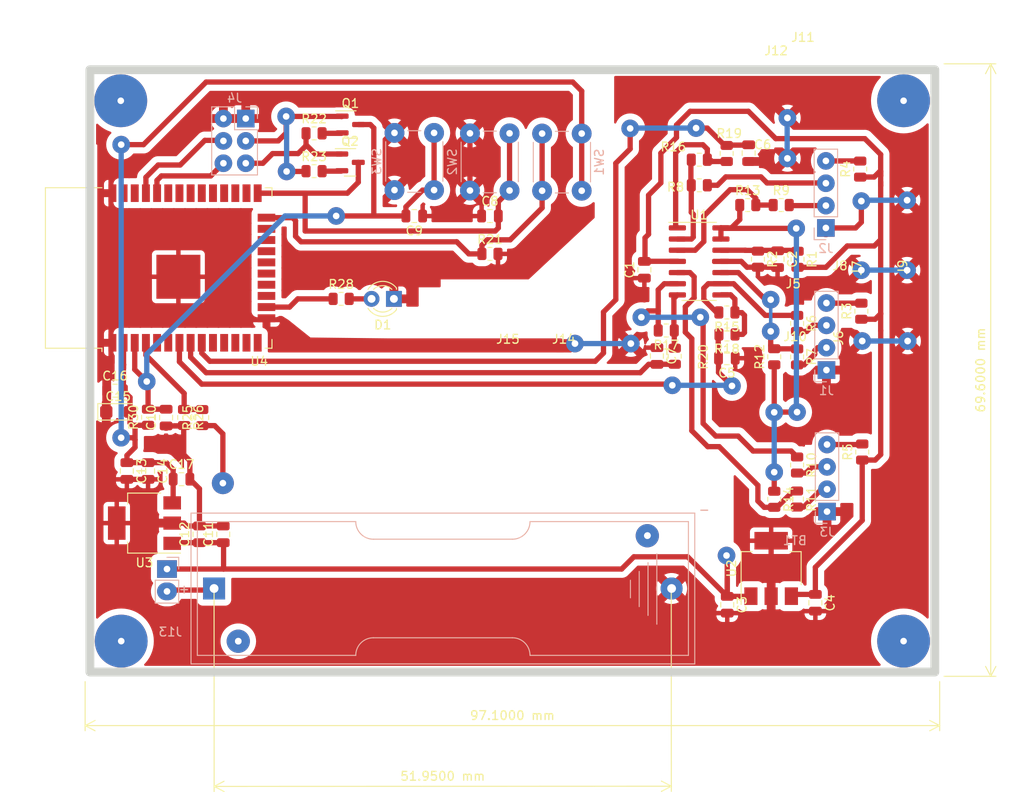
<source format=kicad_pcb>
(kicad_pcb (version 20211014) (generator pcbnew)
  (layers (0 "F.Cu" signal) (31 "B.Cu" signal) (34 "B.Paste" user) (35 "F.Paste" user) (36 "B.SilkS" user "B.Silkscreen") (37 "F.SilkS" user "F.Silkscreen") (38 "B.Mask" user) (39 "F.Mask" user) (44 "Edge.Cuts" user))
  (net 0 "")
  (net 1 "GND")
  (net 2 "+BATT")
  (net 3 "VDDA")
  (net 4 "VCC")
  (net 5 "Net-(R13-Pad2)")
  (net 6 "Net-(R15-Pad2)")
  (net 7 "Net-(R12-Pad2)")
  (net 8 "Vref")
  (net 9 "Net-(R15-Pad1)")
  (net 10 "Net-(D1-Pad2)")
  (net 11 "IN1")
  (net 12 "IN2")
  (net 13 "IN3")
  (net 14 "D2")
  (net 15 "D5")
  (net 16 "R")
  (net 17 "G")
  (net 18 "sensor_bat")
  (net 19 "Net-(J1-Pad4)")
  (net 20 "Net-(J2-Pad4)")
  (net 21 "Net-(J3-Pad4)")
  (net 22 "VDD")
  (net 23 "Net-(C2-Pad1)")
  (net 24 "Net-(R16-Pad2)")
  (net 25 "Net-(R10-Pad1)")
  (net 26 "Net-(R11-Pad1)")
  (net 27 "Net-(R16-Pad1)")
  (net 28 "Net-(R17-Pad1)")
  (net 29 "Net-(Q1-Pad2)")
  (net 30 "Net-(Q2-Pad2)")
  (net 31 "Net-(J2-Pad2)")
  (net 32 "Net-(J2-Pad3)")
  (net 33 "Net-(J1-Pad2)")
  (net 34 "Net-(J1-Pad3)")
  (net 35 "Net-(J3-Pad2)")
  (net 36 "Net-(J3-Pad3)")
  (net 37 "DTR")
  (net 38 "EN")
  (net 39 "BOOT")
  (net 40 "RTS")
  (net 41 "RX")
  (net 42 "TX")
  (footprint "RF_Module:ESP32-WROOM-32" (layer "F.Cu") (at 89.55 63.8 90)
    (fp_text reference "U4")
    (fp_text value "ESP32-WROOM-32")
  )
  (footprint "Package_TO_SOT_SMD:SOT-223-3_TabPin2" (layer "F.Cu") (at 84.94 92.79 180)
    (fp_text reference "U3")
    (fp_text value "MCP1825S")
  )
  (footprint "Capacitor_SMD:C_0805_2012Metric" (layer "F.Cu") (at 115.6 57.9 180)
    (fp_text reference "C9")
    (fp_text value "0.1uF")
  )
  (footprint "Resistor_SMD:R_0805_2012Metric" (layer "F.Cu") (at 124.2 62.2)
    (fp_text reference "R21")
    (fp_text value "10k")
  )
  (footprint "Capacitor_SMD:C_0805_2012Metric" (layer "F.Cu") (at 87.4 80.8 90)
    (fp_text reference "C10")
    (fp_text value "0.1uF")
  )
  (footprint "Resistor_SMD:R_0805_2012Metric" (layer "F.Cu") (at 89.45 80.7875 -90)
    (fp_text reference "R26")
    (fp_text value "R")
  )
  (footprint "Capacitor_SMD:C_0805_2012Metric" (layer "F.Cu") (at 141.745 64.002 90)
    (fp_text reference "C1")
    (fp_text value "470nF")
  )
  (footprint "Capacitor_SMD:C_0805_2012Metric" (layer "F.Cu") (at 89.15 87.8)
    (fp_text reference "C17")
    (fp_text value "1uF")
  )
  (footprint "Resistor_SMD:R_0805_2012Metric" (layer "F.Cu") (at 107.2915 67.31)
    (fp_text reference "R28")
    (fp_text value "R")
  )
  (footprint "Resistor_SMD:R_0805_2012Metric" (layer "F.Cu") (at 166.5 84.7125 90)
    (fp_text reference "R5")
    (fp_text value "20")
  )
  (footprint "Resistor_SMD:R_0805_2012Metric" (layer "F.Cu") (at 157.295 56.652)
    (fp_text reference "R9")
    (fp_text value "R")
  )
  (footprint "Resistor_SMD:R_0805_2012Metric" (layer "F.Cu") (at 156.5 90.0845 -90)
    (fp_text reference "R14")
    (fp_text value "R")
  )
  (footprint "Resistor_SMD:R_0805_2012Metric" (layer "F.Cu") (at 156.5 73.8875 90)
    (fp_text reference "R12")
    (fp_text value "R")
  )
  (footprint "Resistor_SMD:R_0805_2012Metric" (layer "F.Cu") (at 151.1325 71.352 180)
    (fp_text reference "R18")
    (fp_text value "R")
  )
  (footprint "Resistor_SMD:R_0805_2012Metric" (layer "F.Cu") (at 147.9875 51.5 180)
    (fp_text reference "R16")
    (fp_text value "R")
  )
  (footprint "Capacitor_SMD:C_0805_2012Metric" (layer "F.Cu") (at 156.88 62.798 -90)
    (fp_text reference "C2")
    (fp_text value "C")
  )
  (footprint "Resistor_SMD:R_0805_2012Metric" (layer "F.Cu") (at 104.2125 52.8)
    (fp_text reference "R23")
    (fp_text value "10k")
  )
  (footprint "Resistor_SMD:R_0805_2012Metric" (layer "F.Cu") (at 147.9875 54.402)
    (fp_text reference "R8")
    (fp_text value "R")
  )
  (footprint "Capacitor_SMD:C_0805_2012Metric" (layer "F.Cu") (at 81.6 77.75)
    (fp_text reference "C16")
    (fp_text value "0.1uF")
  )
  (footprint "Puente_GND:PUENTE_GND" (layer "F.Cu") (at 126.238 72.39)
    (fp_text reference "J15")
    (fp_text value "Puente_GND")
  )
  (footprint "Resistor_SMD:R_0805_2012Metric" (layer "F.Cu") (at 159.1 73.9 -90)
    (fp_text reference "R7")
    (fp_text value "R")
  )
  (footprint "Puente_GND:PUENTE_GND" (layer "F.Cu") (at 158.78 64.05)
    (fp_text reference "J5")
    (fp_text value "Puente_GND")
  )
  (footprint "Capacitor_SMD:C_0805_2012Metric" (layer "F.Cu") (at 153.595 50.752 90)
    (fp_text reference "C6")
    (fp_text value "C")
  )
  (footprint "Resistor_SMD:R_0805_2012Metric" (layer "F.Cu") (at 85.35 80.7625 90)
    (fp_text reference "R30")
    (fp_text value "10k")
  )
  (footprint "Resistor_SMD:R_0805_2012Metric" (layer "F.Cu") (at 144.2325 70.902 180)
    (fp_text reference "R17")
    (fp_text value "R")
  )
  (footprint "Puente_GND:PUENTE_GND" (layer "F.Cu") (at 132.588 72.39)
    (fp_text reference "J14")
    (fp_text value "Puente_GND")
  )
  (footprint "Resistor_SMD:R_0805_2012Metric" (layer "F.Cu") (at 154.65 62.8 -90)
    (fp_text reference "R2")
    (fp_text value "R")
  )
  (footprint "Capacitor_SMD:C_0805_2012Metric" (layer "F.Cu") (at 161.175 101.842 -90)
    (fp_text reference "C4")
    (fp_text value "1uF")
  )
  (footprint "Resistor_SMD:R_0805_2012Metric" (layer "F.Cu") (at 145.195 73.827 -90)
    (fp_text reference "R20")
    (fp_text value "R")
  )
  (footprint "Capacitor_SMD:C_0805_2012Metric" (layer "F.Cu") (at 91.19 94.065 90)
    (fp_text reference "C12")
    (fp_text value "1uF")
  )
  (footprint "Puente_GND:PUENTE_GND" (layer "F.Cu") (at 171.66 79.72 90)
    (fp_text reference "J6")
    (fp_text value "Puente_GND")
  )
  (footprint "Capacitor_SMD:C_0805_2012Metric" (layer "F.Cu") (at 151.162 102.067 -90)
    (fp_text reference "C3")
    (fp_text value "1uF")
  )
  (footprint "LED_THT:LED_D3.0mm" (layer "F.Cu") (at 113.284 67.31 180)
    (fp_text reference "D1")
    (fp_text value "LED")
  )
  (footprint "Package_SO:SOIC-14_3.9x8.7mm_P1.27mm" (layer "F.Cu") (at 147.97 63.052)
    (fp_text reference "U1")
    (fp_text value "LM324")
  )
  (footprint "Resistor_SMD:R_0805_2012Metric" (layer "F.Cu") (at 91.5 80.8 90)
    (fp_text reference "R25")
    (fp_text value "R")
  )
  (footprint "Capacitor_Tantalum_SMD:CP_EIA-3216-10_Kemet-I" (layer "F.Cu") (at 81.95 80.15)
    (fp_text reference "C15")
    (fp_text value "22uF")
  )
  (footprint "Resistor_SMD:R_0805_2012Metric" (layer "F.Cu") (at 159.15 62.8125 -90)
    (fp_text reference "R1")
    (fp_text value "R")
  )
  (footprint "Capacitor_SMD:C_0805_2012Metric" (layer "F.Cu") (at 82.94 86.87 -90)
    (fp_text reference "C13")
    (fp_text value "1uF")
  )
  (footprint "Puente_GND:PUENTE_GND" (layer "F.Cu") (at 166.4 63.82 90)
    (fp_text reference "J7")
    (fp_text value "Puente_GND")
  )
  (footprint "Puente_GND:PUENTE_GND" (layer "F.Cu") (at 158.88 72.1)
    (fp_text reference "J10")
    (fp_text value "Puente_GND")
  )
  (footprint "Capacitor_SMD:C_0805_2012Metric" (layer "F.Cu") (at 151.12 74.052 180)
    (fp_text reference "C5")
    (fp_text value "C")
  )
  (footprint "Resistor_SMD:R_0805_2012Metric" (layer "F.Cu") (at 159.1 70.1 -90)
    (fp_text reference "R6")
    (fp_text value "R")
  )
  (footprint "Package_TO_SOT_SMD:SOT-23" (layer "F.Cu") (at 108.3 51.8)
    (fp_text reference "Q2")
    (fp_text value "S8050")
  )
  (footprint "Resistor_SMD:R_0805_2012Metric" (layer "F.Cu") (at 159.08 90.0545 -90)
    (fp_text reference "R11")
    (fp_text value "R")
  )
  (footprint "Puente_GND:PUENTE_GND" (layer "F.Cu") (at 150.38 46.75)
    (fp_text reference "J11")
    (fp_text value "Puente_GND")
  )
  (footprint "Resistor_SMD:R_0805_2012Metric" (layer "F.Cu") (at 151.12 68.852 180)
    (fp_text reference "R15")
    (fp_text value "R")
  )
  (footprint "Puente_GND:PUENTE_GND" (layer "F.Cu") (at 171.6 63.72 90)
    (fp_text reference "J9")
    (fp_text value "Puente_GND")
  )
  (footprint "Resistor_SMD:R_0805_2012Metric" (layer "F.Cu") (at 166.4 68.7125 90)
    (fp_text reference "R3")
    (fp_text value "20")
  )
  (footprint "Capacitor_SMD:C_0805_2012Metric" (layer "F.Cu") (at 124.2 57.9)
    (fp_text reference "C8")
    (fp_text value "0.1uF")
  )
  (footprint "Resistor_SMD:R_0805_2012Metric" (layer "F.Cu") (at 166.27 52.5645 90)
    (fp_text reference "R4")
    (fp_text value "20")
  )
  (footprint "Capacitor_SMD:C_0805_2012Metric" (layer "F.Cu") (at 93.89 94.065 90)
    (fp_text reference "C11")
    (fp_text value "1uF")
  )
  (footprint "Package_TO_SOT_SMD:SOT-23" (layer "F.Cu") (at 108.3375 47.5)
    (fp_text reference "Q1")
    (fp_text value "S8050")
  )
  (footprint "Puente_GND:PUENTE_GND" (layer "F.Cu") (at 150.38 51.35)
    (fp_text reference "J12")
    (fp_text value "Puente_GND")
  )
  (footprint "Resistor_SMD:R_0805_2012Metric" (layer "F.Cu") (at 159.1 86.1875 -90)
    (fp_text reference "R10")
    (fp_text value "R")
  )
  (footprint "Resistor_SMD:R_0805_2012Metric" (layer "F.Cu") (at 153.495 56.652)
    (fp_text reference "R13")
    (fp_text value "R")
  )
  (footprint "Resistor_SMD:R_0805_2012Metric" (layer "F.Cu") (at 104.2125 48.5)
    (fp_text reference "R22")
    (fp_text value "10k")
  )
  (footprint "Package_TO_SOT_SMD:SOT-223-3_TabPin2" (layer "F.Cu") (at 156.15 97.942 90)
    (fp_text reference "U2")
    (fp_text value "MCP1825S")
  )
  (footprint "Capacitor_SMD:C_0805_2012Metric" (layer "F.Cu") (at 85.35 86.87 -90)
    (fp_text reference "C14")
    (fp_text value "1uF")
  )
  (footprint "Capacitor_SMD:C_0805_2012Metric" (layer "F.Cu") (at 143.17 73.802 -90)
    (fp_text reference "C7")
    (fp_text value "C")
  )
  (footprint "Puente_GND:PUENTE_GND" (layer "F.Cu") (at 163.98 64.05)
    (fp_text reference "J8")
    (fp_text value "Puente_GND")
  )
  (footprint "Resistor_SMD:R_0805_2012Metric" (layer "F.Cu") (at 151.1 50.7875 90)
    (fp_text reference "R19")
    (fp_text value "R")
  )
  (footprint "Battery:BatteryHolder_Keystone_2460_1xAA" (layer "B.Cu") (at 92.85 100.22)
    (fp_text reference "BT1")
    (fp_text value "Battery")
  )
  (footprint "Button_Switch_THT:SW_PUSH_6mm" (layer "B.Cu") (at 134.625 55.025 90)
    (fp_text reference "SW1")
    (fp_text value "GP-Button")
  )
  (footprint "Button_Switch_THT:SW_PUSH_6mm" (layer "B.Cu") (at 121.925 48.5 -90)
    (fp_text reference "SW2")
    (fp_text value "BOOT - Button")
  )
  (footprint "Connector_PinHeader_2.54mm:PinHeader_2x03_P2.54mm_Vertical" (layer "B.Cu") (at 96.45 46.82 180)
    (fp_text reference "J4")
    (fp_text value "Conector a conversor serie/usb")
  )
  (footprint "Connector_PinHeader_2.54mm:PinHeader_1x04_P2.54mm_Vertical" (layer "B.Cu") (at 162.37 59.252)
    (fp_text reference "J2")
    (fp_text value "Señal preacondicionada")
  )
  (footprint "Connector_PinHeader_2.54mm:PinHeader_1x04_P2.54mm_Vertical" (layer "B.Cu") (at 162.5 91.482)
    (fp_text reference "J3")
    (fp_text value "Señal preacondicionada")
  )
  (footprint "Connector_PinHeader_2.54mm:PinHeader_1x02_P2.54mm_Vertical" (layer "B.Cu") (at 87.5 98.01 180)
    (fp_text reference "J13")
    (fp_text value "Conn_01x02")
  )
  (footprint "Connector_PinHeader_2.54mm:PinHeader_1x04_P2.54mm_Vertical" (layer "B.Cu") (at 162.434 75.4)
    (fp_text reference "J1")
    (fp_text value "Señal preacondicionada")
  )
  (footprint "Button_Switch_THT:SW_PUSH_6mm" (layer "B.Cu") (at 113.35 48.45 -90)
    (fp_text reference "SW3")
    (fp_text value "FLASH - Button")
  )
  (gr_rect (start 174.752 109.712) (end 78.74 41.272749) (layer "Edge.Cuts") (width 1) (fill none))
  (dimension (type aligned) (layer "F.SilkS") (pts (xy 92.85 100.22) (xy 144.8 100.2)) (height 22.488949) (gr_text "51,9500 mm" (at 118.833215 121.548947 0.02205804685) (layer "F.SilkS") (effects (font (size 1 1) (thickness 0.15)))) (format (units 3) (units_format 1) (precision 4)) (style (thickness 0.12) (arrow_length 1.27) (text_position_mode 0) (extension_height 0.58642) (extension_offset 0.5) keep_text_aligned))
  (dimension (type aligned) (layer "F.SilkS") (pts (xy 78.2 110.3) (xy 175.3 110.3)) (height 5.5) (gr_text "97,1000 mm" (at 126.75 114.65) (layer "F.SilkS") (effects (font (size 1 1) (thickness 0.15)))) (format (units 3) (units_format 1) (precision 4)) (style (thickness 0.12) (arrow_length 1.27) (text_position_mode 0) (extension_height 0.58642) (extension_offset 0.5) keep_text_aligned))
  (dimension (type aligned) (layer "F.SilkS") (pts (xy 175.3 110.2) (xy 175.3 40.6)) (height 5.8) (gr_text "69,6000 mm" (at 179.95 75.4 90) (layer "F.SilkS") (effects (font (size 1 1) (thickness 0.15)))) (format (units 3) (units_format 1) (precision 4)) (style (thickness 0.12) (arrow_length 1.27) (text_position_mode 0) (extension_height 0.58642) (extension_offset 0.5) keep_text_aligned))
  (via (at 171.2 106.2) (size 6) (drill 0.75) (layers "F.Cu" "B.Cu") (net 0))
  (via (at 82.3 106.2) (size 6) (drill 0.75) (layers "F.Cu" "B.Cu") (net 0))
  (via (at 142.1 94.2) (size 2) (drill 0.75) (layers "F.Cu" "B.Cu") (net 0))
  (via (at 95.6 106.2) (size 2) (drill 0.75) (layers "F.Cu" "B.Cu") (net 0))
  (via (at 82.25 44.8) (size 6) (drill 0.75) (layers "F.Cu" "B.Cu") (net 0))
  (via (at 171.2 44.8) (size 6) (drill 0.75) (layers "F.Cu" "B.Cu") (net 0))
  (segment (start 154.65 63.7125) (end 156.8445 63.7125) (width 0.6) (layer "F.Cu") (net 1))
  (segment (start 90.1 85.7) (end 89.4 85) (width 0.6) (layer "F.Cu") (net 1))
  (segment (start 121.925 55) (end 121.925 48.5) (width 0.6) (layer "F.Cu") (net 1))
  (segment (start 156.15 94.792) (end 156.15 98.35) (width 0.6) (layer "F.Cu") (net 1))
  (segment (start 152.752 63.052) (end 153.4125 63.7125) (width 0.6) (layer "F.Cu") (net 1))
  (segment (start 87.4 81.75) (end 89.4 81.75) (width 0.6) (layer "F.Cu") (net 1))
  (segment (start 131.6 72.4) (end 131.61 72.39) (width 1) (layer "F.Cu") (net 1))
  (segment (start 91.19 93.115) (end 91.19 88.89) (width 0.6) (layer "F.Cu") (net 1))
  (segment (start 133.3 73) (end 131.9 73) (width 0.8) (layer "F.Cu") (net 1))
  (segment (start 89.4 81.75) (end 89.45 81.7) (width 0.6) (layer "F.Cu") (net 1))
  (segment (start 156.8445 63.7125) (end 156.88 63.748) (width 0.6) (layer "F.Cu") (net 1))
  (segment (start 90.23 93.12) (end 91.185 93.12) (width 0.6) (layer "F.Cu") (net 1))
  (segment (start 85.35 87.82) (end 82.94 87.82) (width 0.6) (layer "F.Cu") (net 1))
  (segment (start 150.445 63.052) (end 152.752 63.052) (width 0.6) (layer "F.Cu") (net 1))
  (segment (start 80.65 77.75) (end 80.7 77.7) (width 0.8) (layer "F.Cu") (net 1))
  (segment (start 156.15 101.092) (end 156.15 98.35) (width 0.8) (layer "F.Cu") (net 1))
  (segment (start 89.43 92.79) (end 89.76 93.12) (width 0.6) (layer "F.Cu") (net 1))
  (segment (start 80.6 77.8) (end 80.65 77.75) (width 0.8) (layer "F.Cu") (net 1))
  (segment (start 166.4 56.2) (end 166.4 58.6) (width 0.6) (layer "F.Cu") (net 1))
  (segment (start 166.32 64.127) (end 166.295 64.152) (width 0.6) (layer "F.Cu") (net 1))
  (segment (start 133.858 72.442) (end 133.3 73) (width 0.8) (layer "F.Cu") (net 1))
  (segment (start 162.407 59.252) (end 162.376 59.221) (width 0.6) (layer "F.Cu") (net 1))
  (segment (start 165.748 59.252) (end 162.37 59.252) (width 0.6) (layer "F.Cu") (net 1))
  (segment (start 162.39 90.987) (end 162.345 91.032) (width 0.6) (layer "F.Cu") (net 1))
  (segment (start 91.19 93.115) (end 93.89 93.115) (width 0.6) (layer "F.Cu") (net 1))
  (segment (start 89.4 85) (end 89.4 81.75) (width 0.6) (layer "F.Cu") (net 1))
  (segment (start 89.76 93.12) (end 90.23 93.12) (width 0.6) (layer "F.Cu") (net 1))
  (segment (start 80.65 80.1) (end 80.6 80.15) (width 1.2) (layer "F.Cu") (net 1))
  (segment (start 133.858 72.39) (end 133.858 72.442) (width 0.8) (layer "F.Cu") (net 1))
  (segment (start 133.858 72.39) (end 131.61 72.39) (width 1) (layer "F.Cu") (net 1))
  (segment (start 133.858 72.39) (end 133.858 72.642) (width 0.8) (layer "F.Cu") (net 1))
  (segment (start 88.09 92.79) (end 89.43 92.79) (width 0.6) (layer "F.Cu") (net 1))
  (segment (start 91.185 93.12) (end 91.19 93.115) (width 0.6) (layer "F.Cu") (net 1))
  (segment (start 166.4 58.6) (end 165.748 59.252) (width 0.6) (layer "F.Cu") (net 1))
  (segment (start 90.1 87.8) (end 90.1 85.7) (width 0.6) (layer "F.Cu") (net 1))
  (segment (start 91.19 88.89) (end 90.1 87.8) (width 0.6) (layer "F.Cu") (net 1))
  (segment (start 153.4125 63.7125) (end 154.65 63.7125) (width 0.6) (layer "F.Cu") (net 1))
  (segment (start 157.95 46.8) (end 157.97 46.82) (width 0.6) (layer "B.Cu") (net 1))
  (segment (start 171.25 64.05) (end 171.497 64.05) (width 0.6) (layer "B.Cu") (net 1))
  (segment (start 157.97 51.302) (end 158.02 51.352) (width 0.6) (layer "B.Cu") (net 1))
  (segment (start 166.3036 64.0412) (end 171.2412 64.0412) (width 0.6) (layer "B.Cu") (net 1))
  (segment (start 171.497 64.05) (end 171.57 63.977) (width 0.6) (layer "B.Cu") (net 1))
  (segment (start 157.97 46.82) (end 157.97 51.302) (width 0.6) (layer "B.Cu") (net 1))
  (segment (start 166.1738 56.1) (end 166.1598 56.114) (width 0.6) (layer "B.Cu") (net 1))
  (segment (start 171.66 72.1) (end 166.5 72.1) (width 0.6) (layer "B.Cu") (net 1))
  (segment (start 166.32 64.127) (end 166.27 64.077) (width 0.6) (layer "B.Cu") (net 1))
  (segment (start 171.2412 64.0412) (end 171.25 64.05) (width 0.6) (layer "B.Cu") (net 1))
  (segment (start 171.4262 56.1) (end 166.1738 56.1) (width 0.6) (layer "B.Cu") (net 1))
  (segment (start 133.858 72.39) (end 140.208 72.39) (width 0.6) (layer "B.Cu") (net 1))
  (segment (start 166.1262 56.125) (end 166.1512 56.1) (width 0.6) (layer "B.Cu") (net 1))
  (segment (start 87.5 100.55) (end 87.65 100.4) (width 0.6) (layer "F.Cu") (net 2))
  (segment (start 87.65 100.4) (end 92.67 100.4) (width 0.6) (layer "F.Cu") (net 2))
  (segment (start 92.67 100.4) (end 92.85 100.22) (width 0.6) (layer "F.Cu") (net 2))
  (segment (start 93.85 82.65) (end 93.85 88.25) (width 0.6) (layer "F.Cu") (net 2))
  (segment (start 92.9125 81.7125) (end 93.85 82.65) (width 0.6) (layer "F.Cu") (net 2))
  (segment (start 91.5 81.7125) (end 92.9125 81.7125) (width 0.6) (layer "F.Cu") (net 2))
  (via (at 93.85 88.25) (size 2.5) (drill 0.75) (layers "F.Cu" "B.Cu") (net 2))
  (segment (start 141.853 63.041) (end 145.55 63.041) (width 0.6) (layer "F.Cu") (net 3))
  (segment (start 142.22 55.527) (end 142.22 59.973) (width 0.6) (layer "F.Cu") (net 3))
  (segment (start 167.975 85.625) (end 168.595 85.005) (width 0.6) (layer "F.Cu") (net 3))
  (segment (start 161.175 97.807) (end 166.5 92.482) (width 0.6) (layer "F.Cu") (net 3))
  (segment (start 158.65 100.892) (end 158.45 101.092) (width 0.6) (layer "F.Cu") (net 3))
  (segment (start 159.15 63.725) (end 162.375 63.725) (width 0.6) (layer "F.Cu") (net 3))
  (segment (start 146.947 46) (end 145.395 47.552) (width 0.6) (layer "F.Cu") (net 3))
  (segment (start 156.67 49.102) (end 153.568 46) (width 0.6) (layer "F.Cu") (net 3))
  (segment (start 166.5 85.625) (end 167.975 85.625) (width 0.6) (layer "F.Cu") (net 3))
  (segment (start 168.545 52.777) (end 168.595 52.827) (width 0.6) (layer "F.Cu") (net 3))
  (segment (start 168.595 68.995) (end 168.595 63.977) (width 0.6) (layer "F.Cu") (net 3))
  (segment (start 145.395 48.977) (end 143.62 50.752) (width 0.6) (layer "F.Cu") (net 3))
  (segment (start 168.595 63.977) (end 168.595 54.427) (width 0.6) (layer "F.Cu") (net 3))
  (segment (start 142.22 59.973) (end 141.818 60.375) (width 0.6) (layer "F.Cu") (net 3))
  (segment (start 168.595 70.914) (end 168.595 68.995) (width 0.6) (layer "F.Cu") (net 3))
  (segment (start 167.965 69.625) (end 168.595 68.995) (width 0.6) (layer "F.Cu") (net 3))
  (segment (start 164.8 61.3) (end 167.872 61.3) (width 0.6) (layer "F.Cu") (net 3))
  (segment (start 166.4 69.625) (end 167.965 69.625) (width 0.6) (layer "F.Cu") (net 3))
  (segment (start 159 63.6) (end 159.2 63.8) (width 0.6) (layer "F.Cu") (net 3))
  (segment (start 141.818 63.076) (end 141.853 63.041) (width 0.6) (layer "F.Cu") (net 3))
  (segment (start 168.595 54.427) (end 168.595 54.027) (width 0.6) (layer "F.Cu") (net 3))
  (segment (start 166.795 49.102) (end 156.67 49.102) (width 0.6) (layer "F.Cu") (net 3))
  (segment (start 143.62 54.127) (end 142.22 55.527) (width 0.6) (layer "F.Cu") (net 3))
  (segment (start 168.595 50.902) (end 166.795 49.102) (width 0.6) (layer "F.Cu") (net 3))
  (segment (start 162.375 63.725) (end 164.8 61.3) (width 0.6) (layer "F.Cu") (net 3))
  (segment (start 168.6 85) (end 168.6 70.909) (width 0.6) (layer "F.Cu") (net 3))
  (segment (start 168.595 53.302) (end 168.595 50.902) (width 0.6) (layer "F.Cu") (net 3))
  (segment (start 166.47 53.4645) (end 167.8575 53.4645) (width 0.6) (layer "F.Cu") (net 3))
  (segment (start 167.872 61.3) (end 168.545 60.627) (width 0.6) (layer "F.Cu") (net 3))
  (segment (start 153.568 46) (end 146.947 46) (width 0.6) (layer "F.Cu") (net 3))
  (segment (start 168.595 52.827) (end 168.595 53.302) (width 0.6) (layer "F.Cu") (net 3))
  (segment (start 166.5 92.482) (end 166.5 85.625) (width 0.6) (layer "F.Cu") (net 3))
  (segment (start 161.175 100.892) (end 161.175 97.807) (width 0.6) (layer "F.Cu") (net 3))
  (segment (start 141.818 60.375) (end 141.818 63.076) (width 0.6) (layer "F.Cu") (net 3))
  (segment (start 168.595 53.302) (end 168.595 54.427) (width 0.6) (layer "F.Cu") (net 3))
  (segment (start 161.175 100.892) (end 158.65 100.892) (width 0.6) (layer "F.Cu") (net 3))
  (segment (start 167.8575 53.4645) (end 168.545 52.777) (width 0.6) (layer "F.Cu") (net 3))
  (segment (start 145.395 47.552) (end 145.395 48.977) (width 0.6) (layer "F.Cu") (net 3))
  (segment (start 143.62 50.752) (end 143.62 54.127) (width 0.6) (layer "F.Cu") (net 3))
  (segment (start 93.93 98.01) (end 93.93 95.055) (width 0.6) (layer "F.Cu") (net 4))
  (segment (start 91.19 95.015) (end 88.165 95.015) (width 0.6) (layer "F.Cu") (net 4))
  (segment (start 88.165 95.015) (end 88.09 95.09) (width 0.6) (layer "F.Cu") (net 4))
  (segment (start 151.162 101.117) (end 153.825 101.117) (width 0.6) (layer "F.Cu") (net 4))
  (segment (start 139.16 98.01) (end 140.55 96.62) (width 0.6) (layer "F.Cu") (net 4))
  (segment (start 151.162 96.554) (end 151.08 96.472) (width 0.6) (layer "F.Cu") (net 4))
  (segment (start 93.89 95.015) (end 91.19 95.015) (width 0.6) (layer "F.Cu") (net 4))
  (segment (start 151.162 101.117) (end 151.162 96.554) (width 0.6) (layer "F.Cu") (net 4))
  (segment (start 146.665 96.62) (end 151.162 101.117) (width 0.6) (layer "F.Cu") (net 4))
  (segment (start 151.162 101.117) (end 151.162 99.134) (width 0.6) (layer "F.Cu") (net 4))
  (segment (start 93.93 98.01) (end 139.16 98.01) (width 0.6) (layer "F.Cu") (net 4))
  (segment (start 93.93 95.055) (end 93.89 95.015) (width 0.6) (layer "F.Cu") (net 4))
  (segment (start 140.55 96.62) (end 146.665 96.62) (width 0.6) (layer "F.Cu") (net 4))
  (segment (start 87.5 98.01) (end 93.93 98.01) (width 0.6) (layer "F.Cu") (net 4))
  (segment (start 153.825 101.117) (end 153.85 101.092) (width 0.6) (layer "F.Cu") (net 4))
  (via (at 151.08 96.472) (size 2) (drill 0.75) (layers "F.Cu" "B.Cu") (net 4))
  (segment (start 147.518 61.782) (end 148.5 60.8) (width 0.6) (layer "F.Cu") (net 5))
  (segment (start 154.4075 56.652) (end 154.4075 55.8895) (width 0.6) (layer "F.Cu") (net 5))
  (segment (start 148.5 60.8) (end 148.5 57.897) (width 0.6) (layer "F.Cu") (net 5))
  (segment (start 154.4075 55.8895) (end 153.42 54.902) (width 0.6) (layer "F.Cu") (net 5))
  (segment (start 156.3825 56.652) (end 154.4075 56.652) (width 0.6) (layer "F.Cu") (net 5))
  (segment (start 145.495 61.782) (end 147.518 61.782) (width 0.6) (layer "F.Cu") (net 5))
  (segment (start 151.495 54.902) (end 148.5 57.897) (width 0.6) (layer "F.Cu") (net 5))
  (segment (start 153.42 54.902) (end 151.495 54.902) (width 0.6) (layer "F.Cu") (net 5))
  (segment (start 150.445 65.592) (end 149.008 65.592) (width 0.6) (layer "F.Cu") (net 6))
  (segment (start 150.445 65.592) (end 151.892 65.592) (width 0.6) (layer "F.Cu") (net 6))
  (segment (start 151.892 65.592) (end 155.4875 69.1875) (width 0.6) (layer "F.Cu") (net 6))
  (segment (start 155.4875 69.1875) (end 159.1 69.1875) (width 0.6) (layer "F.Cu") (net 6))
  (segment (start 149.008 65.592) (end 148.5 66.1) (width 0.6) (layer "F.Cu") (net 6))
  (segment (start 148.5 66.1) (end 148.5 67.4) (width 0.6) (layer "F.Cu") (net 6))
  (segment (start 149.952 68.852) (end 150.2075 68.852) (width 0.6) (layer "F.Cu") (net 6))
  (segment (start 148.5 67.4) (end 149.952 68.852) (width 0.6) (layer "F.Cu") (net 6))
  (segment (start 156.1 72.575) (end 156.5 72.975) (width 0.6) (layer "F.Cu") (net 7))
  (segment (start 155.6 67.4) (end 156.1 67.4) (width 0.4) (layer "F.Cu") (net 7))
  (segment (start 156.5125 72.9875) (end 159.1 72.9875) (width 0.6) (layer "F.Cu") (net 7))
  (segment (start 155.5 67.4) (end 156.1 67.4) (width 0.6) (layer "F.Cu") (net 7))
  (segment (start 150.445 64.322) (end 152.422 64.322) (width 0.6) (layer "F.Cu") (net 7))
  (segment (start 156.1 71) (end 156.1 72.575) (width 0.6) (layer "F.Cu") (net 7))
  (segment (start 152.422 64.322) (end 155.5 67.4) (width 0.6) (layer "F.Cu") (net 7))
  (via (at 156.1 71) (size 2) (drill 0.75) (layers "F.Cu" "B.Cu") (net 7))
  (via (at 156.1 67.4) (size 2) (drill 0.75) (layers "F.Cu" "B.Cu") (net 7))
  (segment (start 156.1 71) (end 156.1 67.4) (width 0.4) (layer "B.Cu") (net 7))
  (segment (start 150.445 59.242) (end 151.640892 59.242) (width 0.6) (layer "F.Cu") (net 8))
  (segment (start 156.523 80.177) (end 156.5 80.2) (width 0.6) (layer "F.Cu") (net 8))
  (segment (start 156.5 80.2) (end 156.5 74.8) (width 0.6) (layer "F.Cu") (net 8))
  (segment (start 159.095 80.177) (end 156.523 80.177) (width 0.6) (layer "F.Cu") (net 8))
  (segment (start 156.5 87.057) (end 156.5 87) (width 0.6) (layer "F.Cu") (net 8))
  (segment (start 150.503 59.3) (end 150.445 59.242) (width 0.6) (layer "F.Cu") (net 8))
  (segment (start 152.5825 58.300392) (end 152.5825 56.652) (width 0.6) (layer "F.Cu") (net 8))
  (segment (start 156.6 87.157) (end 156.5 87.057) (width 0.6) (layer "F.Cu") (net 8))
  (segment (start 156.5 89.172) (end 156.5 87) (width 0.6) (layer "F.Cu") (net 8))
  (segment (start 151.640892 59.242) (end 152.5825 58.300392) (width 0.6) (layer "F.Cu") (net 8))
  (segment (start 159 59.3) (end 150.503 59.3) (width 0.6) (layer "F.Cu") (net 8))
  (segment (start 150.445 60.512) (end 150.445 59.242) (width 0.6) (layer "F.Cu") (net 8))
  (via (at 159.095 80.177) (size 2) (drill 0.75) (layers "F.Cu" "B.Cu") (net 8))
  (via (at 159 59.3) (size 2) (drill 0.75) (layers "F.Cu" "B.Cu") (net 8))
  (via (at 156.5 80.2) (size 2) (drill 0.75) (layers "F.Cu" "B.Cu") (net 8))
  (via (at 156.5 87) (size 2) (drill 0.75) (layers "F.Cu" "B.Cu") (net 8))
  (segment (start 159 59.3) (end 159.02 59.32) (width 0.6) (layer "B.Cu") (net 8))
  (segment (start 156.5 87) (end 156.5 80.2) (width 0.6) (layer "B.Cu") (net 8))
  (segment (start 159.02 59.32) (end 159.02 80.102) (width 0.6) (layer "B.Cu") (net 8))
  (segment (start 159.02 80.102) (end 159.095 80.177) (width 0.6) (layer "B.Cu") (net 8))
  (segment (start 152.821 68.877) (end 153.12 69.176) (width 0.6) (layer "F.Cu") (net 9))
  (segment (start 152.0325 67.3395) (end 151.544 66.851) (width 0.6) (layer "F.Cu") (net 9))
  (segment (start 153.12 69.176) (end 153.12 71.141) (width 0.6) (layer "F.Cu") (net 9))
  (segment (start 152.915 71.346) (end 151.99 71.346) (width 0.6) (layer "F.Cu") (net 9))
  (segment (start 151.97 68.877) (end 152.821 68.877) (width 0.6) (layer "F.Cu") (net 9))
  (segment (start 150.5 66.851) (end 151.544 66.851) (width 0.6) (layer "F.Cu") (net 9))
  (segment (start 153.12 71.141) (end 152.915 71.346) (width 0.6) (layer "F.Cu") (net 9))
  (segment (start 152.0325 68.852) (end 152.0325 67.3395) (width 0.6) (layer "F.Cu") (net 9))
  (segment (start 108.204 67.31) (end 110.744 67.31) (width 0.6) (layer "F.Cu") (net 10))
  (segment (start 150.8325 49.8395) (end 148.895 47.902) (width 0.6) (layer "F.Cu") (net 11))
  (segment (start 136.166 74.4) (end 137.1 73.466) (width 0.6) (layer "F.Cu") (net 11))
  (segment (start 140.13 50.27) (end 140.13 47.942) (width 0.6) (layer "F.Cu") (net 11))
  (segment (start 150.795 49.8395) (end 153.5575 49.8395) (width 0.6) (layer "F.Cu") (net 11))
  (segment (start 153.5575 49.8395) (end 153.595 49.802) (width 0.6) (layer "F.Cu") (net 11))
  (segment (start 148.895 47.902) (end 147.62 47.902) (width 0.6) (layer "F.Cu") (net 11))
  (segment (start 150.795 49.8395) (end 150.8325 49.8395) (width 0.6) (layer "F.Cu") (net 11))
  (segment (start 91.455 72.3) (end 91.455 73.479022) (width 0.6) (layer "F.Cu") (net 11))
  (segment (start 138.5 67.4) (end 138.5 51.9) (width 0.6) (layer "F.Cu") (net 11))
  (segment (start 92.375978 74.4) (end 136.166 74.4) (width 0.6) (layer "F.Cu") (net 11))
  (segment (start 137.1 68.8) (end 138.5 67.4) (width 0.6) (layer "F.Cu") (net 11))
  (segment (start 91.455 73.479022) (end 92.375978 74.4) (width 0.6) (layer "F.Cu") (net 11))
  (segment (start 138.5 51.9) (end 140.13 50.27) (width 0.6) (layer "F.Cu") (net 11))
  (segment (start 137.1 73.466) (end 137.1 68.8) (width 0.6) (layer "F.Cu") (net 11))
  (via (at 147.62 47.902) (size 2) (drill 0.75) (layers "F.Cu" "B.Cu") (net 11))
  (via (at 140.13 47.942) (size 2) (drill 0.75) (layers "F.Cu" "B.Cu") (net 11))
  (segment (start 147.62 47.902) (end 140.17 47.902) (width 0.6) (layer "B.Cu") (net 11))
  (segment (start 140.17 47.902) (end 140.13 47.942) (width 0.6) (layer "B.Cu") (net 11))
  (segment (start 90.185 73.935) (end 90.185 72.3) (width 0.6) (layer "F.Cu") (net 12))
  (segment (start 91.95 75.7) (end 90.185 73.935) (width 0.6) (layer "F.Cu") (net 12))
  (segment (start 145.195 74.7395) (end 143.1825 74.7395) (width 0.6) (layer "F.Cu") (net 12))
  (segment (start 142.228 74.752) (end 141.28 75.7) (width 0.6) (layer "F.Cu") (net 12))
  (segment (start 143.17 74.752) (end 142.228 74.752) (width 0.6) (layer "F.Cu") (net 12))
  (segment (start 143.1825 74.7395) (end 143.17 74.752) (width 0.6) (layer "F.Cu") (net 12))
  (segment (start 141.28 75.7) (end 91.95 75.7) (width 0.6) (layer "F.Cu") (net 12))
  (segment (start 150.17 75.67) (end 150.17 73.919) (width 0.6) (layer "F.Cu") (net 13))
  (segment (start 150.17 73.919) (end 150.137 73.886) (width 0.6) (layer "F.Cu") (net 13))
  (segment (start 151.7 77.2) (end 150.17 75.67) (width 0.6) (layer "F.Cu") (net 13))
  (segment (start 150.137 73.886) (end 150.137 71.374) (width 0.6) (layer "F.Cu") (net 13))
  (segment (start 150.137 71.374) (end 150.165 71.346) (width 0.6) (layer "F.Cu") (net 13))
  (segment (start 91.45 77) (end 144.788 77) (width 0.6) (layer "F.Cu") (net 13))
  (segment (start 88.915 74.465) (end 91.45 77) (width 0.6) (layer "F.Cu") (net 13))
  (segment (start 144.788 77) (end 144.92 77.132) (width 0.6) (layer "F.Cu") (net 13))
  (segment (start 88.915 72.3) (end 88.915 74.465) (width 0.6) (layer "F.Cu") (net 13))
  (via (at 151.7 77.2) (size 2) (drill 0.75) (layers "F.Cu" "B.Cu") (net 13))
  (via (at 144.92 77.132) (size 2) (drill 0.75) (layers "F.Cu" "B.Cu") (net 13))
  (segment (start 151.7 77.2) (end 151.632 77.132) (width 0.6) (layer "B.Cu") (net 13))
  (segment (start 151.632 77.132) (end 144.92 77.132) (width 0.6) (layer "B.Cu") (net 13))
  (segment (start 102.108 60.198) (end 102.735 60.825) (width 0.6) (layer "F.Cu") (net 14))
  (segment (start 123.2875 62.2) (end 123.2875 61.2125) (width 0.6) (layer "F.Cu") (net 14))
  (segment (start 101.773 58.085) (end 102.108 58.42) (width 0.6) (layer "F.Cu") (net 14))
  (segment (start 102.108 58.42) (end 102.108 60.198) (width 0.6) (layer "F.Cu") (net 14))
  (segment (start 130.125 48.525) (end 130.125 55.025) (width 0.6) (layer "F.Cu") (net 14))
  (segment (start 130.125 56.975) (end 130.125 55.025) (width 0.6) (layer "F.Cu") (net 14))
  (segment (start 123.9 60.6) (end 126.5 60.6) (width 0.6) (layer "F.Cu") (net 14))
  (segment (start 98.805 58.085) (end 101.773 58.085) (width 0.6) (layer "F.Cu") (net 14))
  (segment (start 121.8 62.2) (end 123.2875 62.2) (width 0.6) (layer "F.Cu") (net 14))
  (segment (start 130.05 48.45) (end 130.125 48.525) (width 0.6) (layer "F.Cu") (net 14))
  (segment (start 123.2875 61.2125) (end 123.9 60.6) (width 0.6) (layer "F.Cu") (net 14))
  (segment (start 126.5 60.6) (end 130.125 56.975) (width 0.6) (layer "F.Cu") (net 14))
  (segment (start 102.735 60.825) (end 120.425 60.825) (width 0.6) (layer "F.Cu") (net 14))
  (segment (start 120.425 60.825) (end 121.8 62.2) (width 0.6) (layer "F.Cu") (net 14))
  (segment (start 130.0375 48.4375) (end 130.125 48.525) (width 0.6) (layer "F.Cu") (net 14))
  (segment (start 101.427 68.245) (end 102.362 67.31) (width 0.6) (layer "F.Cu") (net 16))
  (segment (start 98.805 68.245) (end 101.427 68.245) (width 0.6) (layer "F.Cu") (net 16))
  (segment (start 102.362 67.31) (end 106.379 67.31) (width 0.6) (layer "F.Cu") (net 16))
  (segment (start 85.105 73.705) (end 89.45 78.05) (width 0.6) (layer "F.Cu") (net 18))
  (segment (start 89.45 79.875) (end 91.4875 79.875) (width 0.6) (layer "F.Cu") (net 18))
  (segment (start 89.45 78.05) (end 89.45 79.875) (width 0.6) (layer "F.Cu") (net 18))
  (segment (start 85.105 72.3) (end 85.105 73.705) (width 0.6) (layer "F.Cu") (net 18))
  (segment (start 91.4875 79.875) (end 91.5 79.8875) (width 0.6) (layer "F.Cu") (net 18))
  (segment (start 166.4 67.8) (end 162.454 67.8) (width 0.6) (layer "F.Cu") (net 19))
  (segment (start 162.454 67.8) (end 162.434 67.78) (width 0.6) (layer "F.Cu") (net 19))
  (segment (start 162.4145 51.6395) (end 162.376 51.601) (width 0.6) (layer "F.Cu") (net 20))
  (segment (start 166.47 51.6395) (end 162.4145 51.6395) (width 0.6) (layer "F.Cu") (net 20))
  (segment (start 166.438 83.862) (end 166.5 83.8) (width 0.6) (layer "F.Cu") (net 21))
  (segment (start 162.5 83.862) (end 166.438 83.862) (width 0.6) (layer "F.Cu") (net 21))
  (segment (start 134.625 43.693) (end 134.625 48.525) (width 0.6) (layer "F.Cu") (net 22))
  (segment (start 82.296 49.784) (end 84.836 49.784) (width 0.6) (layer "F.Cu") (net 22))
  (segment (start 82.95 85.1) (end 83.87 84.18) (width 0.6) (layer "F.Cu") (net 22))
  (segment (start 84.836 49.784) (end 91.948 42.672) (width 0.6) (layer "F.Cu") (net 22))
  (segment (start 134.625 48.525) (end 134.625 55.025) (width 0.6) (layer "F.Cu") (net 22))
  (segment (start 82.55 77.75) (end 82.55 74.8) (width 0.6) (layer "F.Cu") (net 22))
  (segment (start 82.55 74.8) (end 82.565 74.785) (width 0.6) (layer "F.Cu") (net 22))
  (segment (start 83.87 84.18) (end 83.87 83.32) (width 0.6) (layer "F.Cu") (net 22))
  (segment (start 82.565 74.785) (end 82.565 75.235) (width 0.6) (layer "F.Cu") (net 22))
  (segment (start 85.35 81.675) (end 83.575 81.675) (width 0.6) (layer "F.Cu") (net 22))
  (segment (start 82.95 85.97) (end 82.95 85.1) (width 0.6) (layer "F.Cu") (net 22))
  (segment (start 83.87 83.32) (end 83.87 81.97) (width 0.6) (layer "F.Cu") (net 22))
  (segment (start 83.87 81.97) (end 83.475 81.575) (width 0.6) (layer "F.Cu") (net 22))
  (segment (start 83 85.92) (end 82.95 85.97) (width 0.6) (layer "F.Cu") (net 22))
  (segment (start 83.3 81.4) (end 83.3 80.15) (width 0.6) (layer "F.Cu") (net 22))
  (segment (start 133.604 42.672) (end 134.625 43.693) (width 0.6) (layer "F.Cu") (net 22))
  (segment (start 83.575 81.675) (end 83.475 81.575) (width 0.6) (layer "F.Cu") (net 22))
  (segment (start 82.565 77.735) (end 82.55 77.75) (width 0.6) (layer "F.Cu") (net 22))
  (segment (start 88.2 90.38) (end 88.09 90.49) (width 0.6) (layer "F.Cu") (net 22))
  (segment (start 83.3 80.175) (end 83.3 80.15) (width 0.6) (layer "F.Cu") (net 22))
  (segment (start 83.3 78.5) (end 82.55 77.75) (width 0.6) (layer "F.Cu") (net 22))
  (segment (start 83.3 80.15) (end 83.3 78.5) (width 0.6) (layer "F.Cu") (net 22))
  (segment (start 87.42 85.92) (end 88.2 86.7) (width 0.6) (layer "F.Cu") (net 22))
  (segment (start 88.2 86.7) (end 88.2 90.38) (width 0.6) (layer "F.Cu") (net 22))
  (segment (start 91.948 42.672) (end 133.604 42.672) (width 0.6) (layer "F.Cu") (net 22))
  (segment (start 83.475 81.575) (end 83.3 81.4) (width 0.6) (layer "F.Cu") (net 22))
  (segment (start 83.64 83.09) (end 83.87 83.32) (width 0.6) (layer "F.Cu") (net 22))
  (segment (start 82.29 83.09) (end 83.64 83.09) (width 0.6) (layer "F.Cu") (net 22))
  (segment (start 85.35 85.92) (end 87.42 85.92) (width 0.6) (layer "F.Cu") (net 22))
  (segment (start 85.35 85.92) (end 83 85.92) (width 0.6) (layer "F.Cu") (net 22))
  (segment (start 82.565 72.3) (end 82.565 74.785) (width 0.6) (layer "F.Cu") (net 22))
  (via (at 82.296 49.784) (size 2) (drill 0.75) (layers "F.Cu" "B.Cu") (net 22))
  (via (at 82.29 83.09) (size 2) (drill 0.75) (layers "F.Cu" "B.Cu") (net 22))
  (segment (start 82.29 83.09) (end 82.296 83.084) (width 0.6) (layer "B.Cu") (net 22))
  (segment (start 82.296 83.084) (end 82.296 49.784) (width 0.6) (layer "B.Cu") (net 22))
  (segment (start 150.445 61.782) (end 153.207 61.782) (width 0.6) (layer "F.Cu") (net 23))
  (segment (start 158.975 61.8) (end 159 61.775) (width 0.6) (layer "F.Cu") (net 23))
  (segment (start 153.225 61.8) (end 158.975 61.8) (width 0.6) (layer "F.Cu") (net 23))
  (segment (start 153.207 61.782) (end 153.225 61.8) (width 0.6) (layer "F.Cu") (net 23))
  (segment (start 147.075 57.475) (end 147.075 54.402) (width 0.6) (layer "F.Cu") (net 24))
  (segment (start 147.0325 51.602) (end 147.0575 51.577) (width 0.6) (layer "F.Cu") (net 24))
  (segment (start 145.495 60.512) (end 147.088 60.512) (width 0.6) (layer "F.Cu") (net 24))
  (segment (start 147.3 57.7) (end 147.075 57.475) (width 0.6) (layer "F.Cu") (net 24))
  (segment (start 147.3 60.3) (end 147.3 57.7) (width 0.6) (layer "F.Cu") (net 24))
  (segment (start 147.088 60.512) (end 147.3 60.3) (width 0.6) (layer "F.Cu") (net 24))
  (segment (start 147.0325 54.402) (end 147.0325 51.602) (width 0.6) (layer "F.Cu") (net 24))
  (segment (start 143.32 66.28) (end 144.008 65.592) (width 0.6) (layer "F.Cu") (net 25))
  (segment (start 148.42 81.4636) (end 149.8564 82.9) (width 0.6) (layer "F.Cu") (net 25))
  (segment (start 143.32 70.902) (end 143.32 68.68) (width 0.6) (layer "F.Cu") (net 25))
  (segment (start 142.12 68.68) (end 143.32 68.68) (width 0.6) (layer "F.Cu") (net 25))
  (segment (start 144.008 65.592) (end 145.495 65.592) (width 0.6) (layer "F.Cu") (net 25))
  (segment (start 154.1 84.6) (end 158.425 84.6) (width 0.6) (layer "F.Cu") (net 25))
  (segment (start 158.425 84.6) (end 159.1 85.275) (width 0.6) (layer "F.Cu") (net 25))
  (segment (start 149.8564 82.9) (end 152.4 82.9) (width 0.6) (layer "F.Cu") (net 25))
  (segment (start 141.4 69.4) (end 142.12 68.68) (width 0.6) (layer "F.Cu") (net 25))
  (segment (start 148.42 69.72) (end 148.42 81.4636) (width 0.6) (layer "F.Cu") (net 25))
  (segment (start 143.32 68.68) (end 143.32 66.28) (width 0.6) (layer "F.Cu") (net 25))
  (segment (start 148.1 69.4) (end 148.42 69.72) (width 0.6) (layer "F.Cu") (net 25))
  (segment (start 152.4 82.9) (end 154.1 84.6) (width 0.6) (layer "F.Cu") (net 25))
  (segment (start 148.42 73.877) (end 148.37 73.927) (width 0.4) (layer "F.Cu") (net 25))
  (via (at 148.1 69.4) (size 2) (drill 0.75) (layers "F.Cu" "B.Cu") (net 25))
  (via (at 141.4 69.4) (size 2) (drill 0.75) (layers "F.Cu" "B.Cu") (net 25))
  (segment (start 148.1 69.4) (end 141.4 69.4) (width 0.6) (layer "B.Cu") (net 25))
  (segment (start 148.945 84.102) (end 150.245 84.102) (width 0.6) (layer "F.Cu") (net 26))
  (segment (start 156.815 90.997) (end 158.67 89.142) (width 0.6) (layer "F.Cu") (net 26))
  (segment (start 155.365 90.997) (end 156.815 90.997) (width 0.6) (layer "F.Cu") (net 26))
  (segment (start 146.922 64.322) (end 147.4 64.8) (width 0.6) (layer "F.Cu") (net 26))
  (segment (start 150.245 84.102) (end 154.645 88.502) (width 0.6) (layer "F.Cu") (net 26))
  (segment (start 146.4 68.2) (end 146.4 71.1) (width 0.6) (layer "F.Cu") (net 26))
  (segment (start 154.645 90.277) (end 155.365 90.997) (width 0.6) (layer "F.Cu") (net 26))
  (segment (start 147.136 71.836) (end 147.136 82.293) (width 0.6) (layer "F.Cu") (net 26))
  (segment (start 145.495 64.322) (end 146.922 64.322) (width 0.6) (layer "F.Cu") (net 26))
  (segment (start 147.136 71.836) (end 147.136 73.836) (width 0.4) (layer "F.Cu") (net 26))
  (segment (start 147.4 64.8) (end 147.4 67.2) (width 0.6) (layer "F.Cu") (net 26))
  (segment (start 154.645 88.502) (end 154.645 90.277) (width 0.6) (layer "F.Cu") (net 26))
  (segment (start 146.4 71.1) (end 147.136 71.836) (width 0.6) (layer "F.Cu") (net 26))
  (segment (start 158.67 89.142) (end 159.08 89.142) (width 0.6) (layer "F.Cu") (net 26))
  (segment (start 147.4 67.2) (end 146.4 68.2) (width 0.6) (layer "F.Cu") (net 26))
  (segment (start 147.136 82.293) (end 148.945 84.102) (width 0.6) (layer "F.Cu") (net 26))
  (segment (start 150.7575 51.702) (end 150.795 51.6645) (width 0.6) (layer "F.Cu") (net 27))
  (segment (start 148.9 51.5) (end 148.9 50.3) (width 0.6) (layer "F.Cu") (net 27))
  (segment (start 145.3 59.047) (end 145.495 59.242) (width 0.6) (layer "F.Cu") (net 27))
  (segment (start 148.9 50.3) (end 148.4 49.8) (width 0.6) (layer "F.Cu") (net 27))
  (segment (start 148.4 49.8) (end 146.2 49.8) (width 0.6) (layer "F.Cu") (net 27))
  (segment (start 145.3 50.7) (end 145.3 59.047) (width 0.6) (layer "F.Cu") (net 27))
  (segment (start 146.2 49.8) (end 145.3 50.7) (width 0.6) (layer "F.Cu") (net 27))
  (segment (start 149.295 51.577) (end 149.42 51.702) (width 0.6) (layer "F.Cu") (net 27))
  (segment (start 149.42 51.702) (end 150.7575 51.702) (width 0.6) (layer "F.Cu") (net 27))
  (segment (start 148.8825 51.577) (end 149.295 51.577) (width 0.6) (layer "F.Cu") (net 27))
  (segment (start 145.1 67.257) (end 145.1 70.857) (width 0.6) (layer "F.Cu") (net 28))
  (segment (start 145.145 70.902) (end 145.145 72.8645) (width 0.6) (layer "F.Cu") (net 28))
  (segment (start 145.145 72.8645) (end 145.195 72.9145) (width 0.6) (layer "F.Cu") (net 28))
  (segment (start 145.495 66.862) (end 145.1 67.257) (width 0.6) (layer "F.Cu") (net 28))
  (segment (start 145.1 70.857) (end 145.145 70.902) (width 0.6) (layer "F.Cu") (net 28))
  (segment (start 105.202 48.498) (end 105.2 48.5) (width 0.6) (layer "F.Cu") (net 29))
  (segment (start 107.335 48.498) (end 105.202 48.498) (width 0.6) (layer "F.Cu") (net 29))
  (segment (start 105.173 52.8) (end 105.125 52.752) (width 0.6) (layer "F.Cu") (net 30))
  (segment (start 107.3 52.8) (end 105.173 52.8) (width 0.6) (layer "F.Cu") (net 30))
  (segment (start 162.259 56.564) (end 162.376 56.681) (width 0.6) (layer "F.Cu") (net 31))
  (segment (start 162.37 56.712) (end 158.2675 56.712) (width 0.6) (layer "F.Cu") (net 31))
  (segment (start 158.2675 56.712) (end 158.2075 56.652) (width 0.6) (layer "F.Cu") (net 31))
  (segment (start 162.376 54.141) (end 162.366 54.151) (width 0.6) (layer "F.Cu") (net 32))
  (segment (start 155.684 54.141) (end 162.376 54.141) (width 0.6) (layer "F.Cu") (net 32))
  (segment (start 150.045 54.402) (end 148.8575 54.402) (width 0.6) (layer "F.Cu") (net 32))
  (segment (start 150.995 53.452) (end 154.995 53.452) (width 0.6) (layer "F.Cu") (net 32))
  (segment (start 154.995 53.452) (end 155.684 54.141) (width 0.6) (layer "F.Cu") (net 32))
  (segment (start 150.995 53.452) (end 150.045 54.402) (width 0.6) (layer "F.Cu") (net 32))
  (segment (start 159.1 74.8125) (end 159.8875 74.8125) (width 0.6) (layer "F.Cu") (net 33))
  (segment (start 161.1 73.2) (end 161.44 72.86) (width 0.6) (layer "F.Cu") (net 33))
  (segment (start 161.44 72.86) (end 162.434 72.86) (width 0.6) (layer "F.Cu") (net 33))
  (segment (start 159.8875 74.8125) (end 161.1 73.6) (width 0.6) (layer "F.Cu") (net 33))
  (segment (start 161.1 73.6) (end 161.1 73.2) (width 0.6) (layer "F.Cu") (net 33))
  (segment (start 159.1 71.0125) (end 160.1875 71.0125) (width 0.6) (layer "F.Cu") (net 34))
  (segment (start 160.88 70.32) (end 162.434 70.32) (width 0.6) (layer "F.Cu") (net 34))
  (segment (start 160.1875 71.0125) (end 160.88 70.32) (width 0.6) (layer "F.Cu") (net 34))
  (segment (start 159.845 90.967) (end 161.87 88.942) (width 0.6) (layer "F.Cu") (net 35))
  (segment (start 161.87 88.942) (end 162.42 88.942) (width 0.6) (layer "F.Cu") (net 35))
  (segment (start 159.08 90.967) (end 159.845 90.967) (width 0.6) (layer "F.Cu") (net 35))
  (segment (start 159.1 87.1) (end 160.1 87.1) (width 0.6) (layer "F.Cu") (net 36))
  (segment (start 160.1 87.1) (end 160.798 86.402) (width 0.6) (layer "F.Cu") (net 36))
  (segment (start 162.3875 86.4345) (end 162.42 86.402) (width 0.6) (layer "F.Cu") (net 36))
  (segment (start 160.798 86.402) (end 162.5 86.402) (width 0.6) (layer "F.Cu") (net 36))
  (segment (start 96.45 51.9) (end 98.4 51.9) (width 0.6) (layer "F.Cu") (net 37))
  (segment (start 103.3 49.8) (end 103.3 48.5) (width 0.6) (layer "F.Cu") (net 37))
  (segment (start 103.3 49.9) (end 103.3 49.8) (width 0.6) (layer "F.Cu") (net 37))
  (segment (start 104.35 50.85) (end 103.3 49.8) (width 0.6) (layer "F.Cu") (net 37))
  (segment (start 102.4 50.8) (end 103.3 49.9) (width 0.6) (layer "F.Cu") (net 37))
  (segment (start 107.3625 50.85) (end 104.35 50.85) (width 0.6) (layer "F.Cu") (net 37))
  (segment (start 99.5 50.8) (end 102.4 50.8) (width 0.6) (layer "F.Cu") (net 37))
  (segment (start 98.4 51.9) (end 99.5 50.8) (width 0.6) (layer "F.Cu") (net 37))
  (segment (start 109.275 47.5) (end 110.6 47.5) (width 0.6) (layer "F.Cu") (net 38))
  (segment (start 106.725 57.888) (end 114.338 57.888) (width 0.6) (layer "F.Cu") (net 38))
  (segment (start 114.338 57.888) (end 114.35 57.9) (width 0.6) (layer "F.Cu") (net 38))
  (segment (start 111 47.9) (end 111 57.7) (width 0.6) (layer "F.Cu") (net 38))
  (segment (start 85.2 76.7) (end 85.35 76.85) (width 0.6) (layer "F.Cu") (net 38))
  (segment (start 117.85 54.95) (end 116.55 54.95) (width 0.6) (layer "F.Cu") (net 38))
  (segment (start 85.2 76.7) (end 83.835 75.335) (width 0.6) (layer "F.Cu") (net 38))
  (segment (start 85.35 79.85) (end 87.4 79.85) (width 0.6) (layer "F.Cu") (net 38))
  (segment (start 85.35 76.85) (end 85.35 79.85) (width 0.6) (layer "F.Cu") (net 38))
  (segment (start 116.55 54.95) (end 114.65 56.85) (width 0.6) (layer "F.Cu") (net 38))
  (segment (start 117.856 48.444) (end 117.85 48.45) (width 0.6) (layer "F.Cu") (net 38))
  (segment (start 114.65 56.85) (end 114.65 57.9) (width 0.6) (layer "F.Cu") (net 38))
  (segment (start 110.6 47.5) (end 111 47.9) (width 0.6) (layer "F.Cu") (net 38))
  (segment (start 117.85 48.45) (end 117.85 54.95) (width 0.6) (layer "F.Cu") (net 38))
  (segment (start 83.835 75.335) (end 83.835 72.3) (width 0.6) (layer "F.Cu") (net 38))
  (via (at 85.2 76.7) (size 2) (drill 0.75) (layers "F.Cu" "B.Cu") (net 38))
  (via (at 106.725 57.888) (size 2) (drill 0.75) (layers "F.Cu" "B.Cu") (net 38))
  (segment (start 100.912 57.888) (end 106.725 57.888) (width 0.6) (layer "B.Cu") (net 38))
  (segment (start 106.563 58.05) (end 106.725 57.888) (width 0.25) (layer "B.Cu") (net 38))
  (segment (start 106.65 57.963) (end 106.725 57.888) (width 0.6) (layer "B.Cu") (net 38))
  (segment (start 85.2 73.6) (end 100.912 57.888) (width 0.6) (layer "B.Cu") (net 38))
  (segment (start 85.2 76.7) (end 85.2 73.6) (width 0.6) (layer "B.Cu") (net 38))
  (segment (start 97.805 55.3) (end 103.2 55.3) (width 0.6) (layer "F.Cu") (net 39))
  (segment (start 103.2 59.6) (end 124.8 59.6) (width 0.6) (layer "F.Cu") (net 39))
  (segment (start 124.8 59.6) (end 125.15 59.25) (width 0.6) (layer "F.Cu") (net 39))
  (segment (start 109.2375 54.0625) (end 108 55.3) (width 0.6) (layer "F.Cu") (net 39))
  (segment (start 125.15 59.25) (end 125.15 57.9) (width 0.6) (layer "F.Cu") (net 39))
  (segment (start 125.15 57.9) (end 125.15 56.275) (width 0.6) (layer "F.Cu") (net 39))
  (segment (start 103.2 55.3) (end 103.2 59.6) (width 0.6) (layer "F.Cu") (net 39))
  (segment (start 125.15 56.275) (end 126.425 55) (width 0.6) (layer "F.Cu") (net 39))
  (segment (start 108 55.3) (end 97.805 55.3) (width 0.6) (layer "F.Cu") (net 39))
  (segment (start 126.425 55) (end 126.425 48.5) (width 0.6) (layer "F.Cu") (net 39))
  (segment (start 109.2375 51.8) (end 109.2375 54.0625) (width 0.6) (layer "F.Cu") (net 39))
  (segment (start 96.2 49.3) (end 96.209 49.291) (width 0.6) (layer "F.Cu") (net 40))
  (segment (start 107.37 46.58) (end 107.4 46.55) (width 0.6) (layer "F.Cu") (net 40))
  (segment (start 107.317 46.58) (end 107.335 46.598) (width 0.6) (layer "F.Cu") (net 40))
  (segment (start 101.092 52.832) (end 101.092 52.324) (width 0.6) (layer "F.Cu") (net 40))
  (segment (start 101.092 52.832) (end 103.268 52.832) (width 0.6) (layer "F.Cu") (net 40))
  (segment (start 96.45 49.36) (end 100.14 49.36) (width 0.6) (layer "F.Cu") (net 40))
  (segment (start 103.22 52.832) (end 103.3 52.752) (width 0.6) (layer "F.Cu") (net 40))
  (segment (start 101.04 46.58) (end 107.37 46.58) (width 0.6) (layer "F.Cu") (net 40))
  (segment (start 103.268 52.832) (end 103.3 52.8) (width 0.6) (layer "F.Cu") (net 40))
  (segment (start 101.04 48.46) (end 101.04 46.58) (width 0.6) (layer "F.Cu") (net 40))
  (segment (start 100.14 49.36) (end 101.04 48.46) (width 0.6) (layer "F.Cu") (net 40))
  (via (at 101.04 46.58) (size 2) (drill 0.75) (layers "F.Cu" "B.Cu") (net 40))
  (via (at 101.092 52.832) (size 2) (drill 0.75) (layers "F.Cu" "B.Cu") (net 40))
  (segment (start 101.06 46.6) (end 101.092 46.632) (width 0.6) (layer "B.Cu") (net 40))
  (segment (start 101.092 46.632) (end 101.092 52.832) (width 0.6) (layer "B.Cu") (net 40))
  (segment (start 91.8 49.3) (end 93.85 49.3) (width 0.6) (layer "F.Cu") (net 41))
  (segment (start 89 52.1) (end 91.8 49.3) (width 0.6) (layer "F.Cu") (net 41))
  (segment (start 86.5 52.1) (end 89 52.1) (width 0.6) (layer "F.Cu") (net 41))
  (segment (start 93.85 49.3) (end 93.91 49.36) (width 0.6) (layer "F.Cu") (net 41))
  (segment (start 85.105 53.495) (end 86.5 52.1) (width 0.6) (layer "F.Cu") (net 41))
  (segment (start 85.105 55.3) (end 85.105 53.495) (width 0.6) (layer "F.Cu") (net 41))
  (segment (start 86.375 55.3) (end 86.36 55.285) (width 0.6) (layer "F.Cu") (net 42))
  (segment (start 92.471 53.34) (end 93.98 51.831) (width 0.6) (layer "F.Cu") (net 42))
  (segment (start 86.36 53.848) (end 86.868 53.34) (width 0.6) (layer "F.Cu") (net 42))
  (segment (start 86.36 55.285) (end 86.36 53.848) (width 0.6) (layer "F.Cu") (net 42))
  (segment (start 86.868 53.34) (end 92.471 53.34) (width 0.6) (layer "F.Cu") (net 42))
  (zone (net 1) (net_name "GND") (layer "F.Cu") (connect_pads (clearance 0.7)) (min_thickness 0.254) (fill yes (thermal_gap 0.508) (thermal_bridge_width 0.508))
    (polygon (pts (xy 175.26 110.236) (xy 78.232 110.236) (xy 78.232 40.64) (xy 175.26 40.64)))
  )
  (zone (net 0) (net_name "") (layer "F.Cu") (connect_pads (clearance 0)) (min_thickness 0.254)
    (keepout (tracks allowed) (vias allowed) (pads allowed) (copperpour not_allowed) (footprints allowed))
    (fill (thermal_gap 0.508) (thermal_bridge_width 0.508))
    (polygon (pts (xy 165.3 70.6) (xy 163.9 70.6) (xy 163.9 69.8) (xy 165.3 69.8)))
  )
  (zone (net 0) (net_name "") (layer "F.Cu") (connect_pads (clearance 0)) (min_thickness 0.254)
    (keepout (tracks allowed) (vias allowed) (pads allowed) (copperpour not_allowed) (footprints allowed))
    (fill (thermal_gap 0.508) (thermal_bridge_width 0.508))
    (polygon (pts (xy 88 82.6) (xy 86.6 82.6) (xy 86.6 82.3) (xy 88 82.3)))
  )
  (zone (net 0) (net_name "") (layer "F.Cu") (connect_pads (clearance 0)) (min_thickness 0.4)
    (keepout (tracks allowed) (vias allowed) (pads allowed) (copperpour not_allowed) (footprints allowed))
    (fill (thermal_gap 0.7) (thermal_bridge_width 0.7))
    (polygon (pts (xy 149.438 62.568) (xy 149.438 63.584) (xy 149.184 63.584) (xy 149.184 62.568)))
  )
  (zone (net 0) (net_name "") (layer "F.Cu") (connect_pads (clearance 0)) (min_thickness 0.254)
    (keepout (tracks allowed) (vias allowed) (pads allowed) (copperpour not_allowed) (footprints allowed))
    (fill (thermal_gap 0.508) (thermal_bridge_width 0.508))
    (polygon (pts (xy 156.5 50.3) (xy 154.4 50.3) (xy 154.4 49.1) (xy 156.5 49.1)))
  )
  (zone (net 0) (net_name "") (layer "F.Cu") (connect_pads (clearance 0)) (min_thickness 0.254)
    (keepout (tracks allowed) (vias allowed) (pads allowed) (copperpour not_allowed) (footprints allowed))
    (fill (thermal_gap 0.508) (thermal_bridge_width 0.508))
    (polygon (pts (xy 161.4 59.6) (xy 160.7 59.6) (xy 160.7 58.8) (xy 161.4 58.8)))
  )
  (zone (net 0) (net_name "") (layer "F.Cu") (connect_pads (clearance 0)) (min_thickness 0.254)
    (keepout (tracks allowed) (vias allowed) (pads allowed) (copperpour not_allowed) (footprints allowed))
    (fill (thermal_gap 0.508) (thermal_bridge_width 0.508))
    (polygon (pts (xy 162.7 60.7) (xy 162 60.7) (xy 162 60.3) (xy 162.7 60.3)))
  )
  (zone (net 0) (net_name "") (layer "F.Cu") (connect_pads (clearance 0)) (min_thickness 0.254)
    (keepout (tracks allowed) (vias allowed) (pads allowed) (copperpour not_allowed) (footprints allowed))
    (fill (thermal_gap 0.508) (thermal_bridge_width 0.508))
    (polygon (pts (xy 161 84.3) (xy 160 84.3) (xy 160 83.9) (xy 161 83.9)))
  )
  (zone (net 0) (net_name "") (layer "F.Cu") (connect_pads (clearance 0)) (min_thickness 0.254)
    (keepout (tracks allowed) (vias allowed) (pads allowed) (copperpour not_allowed) (footprints allowed))
    (fill (thermal_gap 0.508) (thermal_bridge_width 0.508))
    (polygon (pts (xy 155.1 72.8) (xy 152.7 72.8) (xy 152.7 71.8) (xy 155.1 71.8)))
  )
  (zone (net 0) (net_name "") (layer "F.Cu") (connect_pads (clearance 0)) (min_thickness 0.254)
    (keepout (tracks allowed) (vias allowed) (pads allowed) (copperpour not_allowed) (footprints allowed))
    (fill (thermal_gap 0.508) (thermal_bridge_width 0.508))
    (polygon (pts (xy 143.1 65.5) (xy 142.7 65.5) (xy 142.7 64.6) (xy 143.1 64.6)))
  )
  (zone (net 0) (net_name "") (layer "F.Cu") (connect_pads (clearance 0)) (min_thickness 0.254)
    (keepout (tracks allowed) (vias allowed) (pads allowed) (copperpour not_allowed) (footprints allowed))
    (fill (thermal_gap 0.508) (thermal_bridge_width 0.508))
    (polygon (pts (xy 168.6 60.6) (xy 163.7 60.6) (xy 163.7 57.3) (xy 168.6 57.3)))
  )
  (zone (net 0) (net_name "") (layer "F.Cu") (connect_pads (clearance 0)) (min_thickness 0.254)
    (keepout (tracks allowed) (vias allowed) (pads allowed) (copperpour not_allowed) (footprints allowed))
    (fill (thermal_gap 0.508) (thermal_bridge_width 0.508))
    (polygon (pts (xy 146.304 82.804) (xy 148.59 85.09) (xy 149.86 85.09) (xy 151.892 87.122) (xy 151.892 96.012) (xy 150.114 96.012) (xy 150.114 93.98) (xy 89.432 93.98) (xy 89.432 82.558) (xy 92.71 82.558) (xy 92.71 78.486) (xy 146.304 78.486)))
  )
  (zone (net 0) (net_name "") (layer "F.Cu") (connect_pads (clearance 0)) (min_thickness 0.254)
    (keepout (tracks allowed) (vias allowed) (pads allowed) (copperpour not_allowed) (footprints allowed))
    (fill (thermal_gap 0.508) (thermal_bridge_width 0.508))
    (polygon (pts (xy 138.282163 69.002104) (xy 137.501943 68.999781) (xy 137.499376 71.799478) (xy 134.8 71.8) (xy 127.9 71.8) (xy 123.1 71.8) (xy 119.8 71.8) (xy 112.8 71.8) (xy 103.8 71.7) (xy 101.3 69.7) (xy 100.5 69.2) (xy 100.5 68.2) (xy 105.8 68.226) (xy 113.3 68.2) (xy 114.9 68.2) (xy 116.1 68.2) (xy 116.1 66) (xy 118.6 66) (xy 118.6 65.1) (xy 128.6 65.1) (xy 136.1 58.1) (xy 136.144 41.91) (xy 138.314 41.91)))
  )
  (zone (net 0) (net_name "") (layer "F.Cu") (connect_pads (clearance 0)) (min_thickness 0.254)
    (keepout (tracks allowed) (vias allowed) (pads allowed) (copperpour not_allowed) (footprints allowed))
    (fill (thermal_gap 0.508) (thermal_bridge_width 0.508))
    (polygon (pts (xy 165.7 90.5) (xy 163.8 90.5) (xy 163.8 89.4) (xy 165.7 89.4)))
  )
  (zone (net 0) (net_name "") (layer "F.Cu") (connect_pads (clearance 0)) (min_thickness 0.254)
    (keepout (tracks allowed) (vias allowed) (pads allowed) (copperpour not_allowed) (footprints allowed))
    (fill (thermal_gap 0.508) (thermal_bridge_width 0.508))
    (polygon (pts (xy 153.5 63.4) (xy 152.9 62.8) (xy 153.7 62.8)))
  )
  (zone (net 0) (net_name "") (layer "F.Cu") (connect_pads (clearance 0)) (min_thickness 0.254)
    (keepout (tracks allowed) (vias allowed) (pads allowed) (copperpour not_allowed) (footprints allowed))
    (fill (thermal_gap 0.508) (thermal_bridge_width 0.508))
    (polygon (pts (xy 165.3 56) (xy 164.2 56) (xy 164.2 54.4) (xy 165.3 54.4)))
  )
  (zone (net 0) (net_name "") (layer "F.Cu") (connect_pads (clearance 0)) (min_thickness 0.254)
    (keepout (tracks allowed) (vias allowed) (pads allowed) (copperpour not_allowed) (footprints allowed))
    (fill (thermal_gap 0.508) (thermal_bridge_width 0.508))
    (polygon (pts (xy 160.9 68.1) (xy 159.9 68.1) (xy 159.9 67.5) (xy 160.9 67.5)))
  )
  (zone (net 0) (net_name "") (layer "F.Cu") (connect_pads (clearance 0)) (min_thickness 0.254)
    (keepout (tracks allowed) (vias allowed) (pads allowed) (copperpour not_allowed) (footprints allowed))
    (fill (thermal_gap 0.508) (thermal_bridge_width 0.508))
    (polygon (pts (xy 152.8 63.5) (xy 151.9 63.5) (xy 151.9 63.3) (xy 152.8 63.3)))
  )
)
</source>
